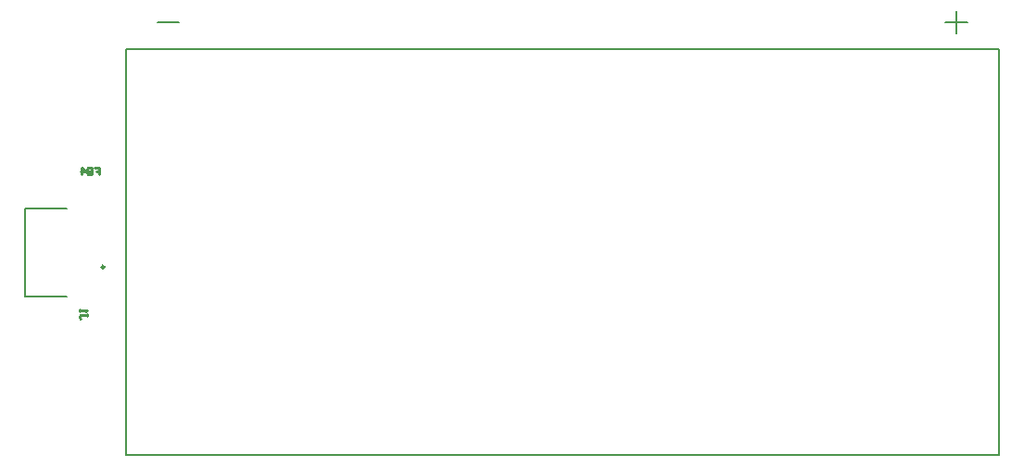
<source format=gbo>
G04*
G04 #@! TF.GenerationSoftware,Altium Limited,Altium Designer,21.6.1 (37)*
G04*
G04 Layer_Color=32896*
%FSLAX44Y44*%
%MOMM*%
G71*
G04*
G04 #@! TF.SameCoordinates,1A0BCF72-60D2-4BA0-9B7A-98A30DA12748*
G04*
G04*
G04 #@! TF.FilePolarity,Positive*
G04*
G01*
G75*
%ADD10C,0.2500*%
%ADD11C,0.2000*%
%ADD15C,0.2540*%
%ADD17C,0.1270*%
D10*
X73538Y313136D02*
G03*
X73538Y313136I-1250J0D01*
G01*
D11*
X1588Y366336D02*
X39288D01*
X1588Y285936D02*
Y366336D01*
Y285936D02*
X22916D01*
X1588D02*
X39288D01*
D15*
X64348Y404112D02*
X68580D01*
Y400938D01*
X66464D01*
X68580D01*
Y397764D01*
X62232Y404112D02*
Y397764D01*
X59058D01*
X58000Y398822D01*
Y399880D01*
X59058Y400938D01*
X62232D01*
X59058D01*
X58000Y401996D01*
Y403054D01*
X59058Y404112D01*
X62232D01*
X52710Y397764D02*
Y404112D01*
X55884Y400938D01*
X51652D01*
X57486Y270143D02*
Y268027D01*
Y269085D01*
X52196D01*
X51138Y268027D01*
Y266969D01*
X52196Y265911D01*
X51138Y272259D02*
Y274375D01*
Y273317D01*
X57486D01*
X56428Y272259D01*
D17*
X890748Y141244D02*
Y512044D01*
X93248Y141244D02*
X890748D01*
X93248D02*
Y512044D01*
X890748D01*
X121998Y536644D02*
X141998D01*
X851998Y526644D02*
Y536644D01*
Y546644D01*
Y536644D02*
X861998D01*
X841998D02*
X851998D01*
M02*

</source>
